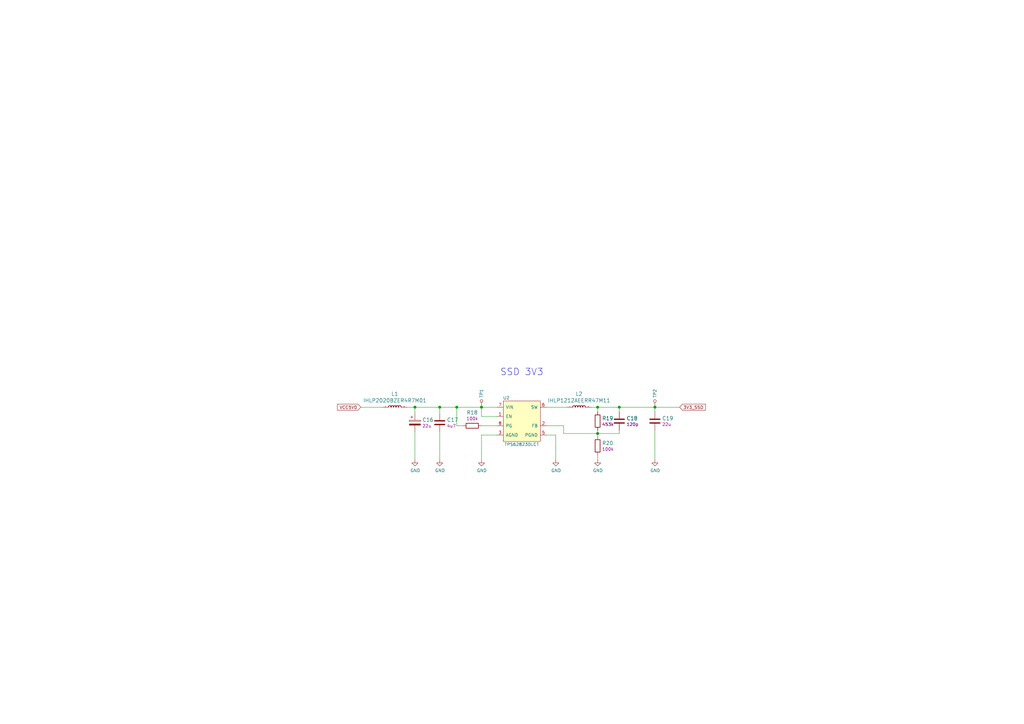
<source format=kicad_sch>
(kicad_sch (version 20210621) (generator eeschema)
  (paper "A3")
  (title_block (title "Scalenode") (rev "1.0.1"))
  (lib_symbols
    (symbol "scalenode:C_120p_0402" (pin_names (offset 0))
      (property "Reference" "C" (at -1.397 3.429 0))
      (property "Val" "120p" (at 0 -2.54 0))
      (symbol "C_120p_0402_1_1"
        (polyline (pts (xy -2.032 -0.762) (xy 2.032 -0.762)) (stroke (width 0.508)))
        (polyline (pts (xy -2.032 0.762) (xy 2.032 0.762)) (stroke (width 0.508)))
        (pin passive line (at 0 3.81 270) (length 2.794) (name "~") (number "1"))
        (pin passive line (at 0 -3.81 90) (length 2.794) (name "~") (number "2"))
      )
    )
    (symbol "scalenode:C_22u_1210" (pin_names (offset 0))
      (property "Reference" "C" (at -1.397 3.429 0))
      (property "Val" "22u" (at 0 -2.54 0))
      (symbol "C_22u_1210_1_1"
        (polyline (pts (xy -2.032 -0.762) (xy 2.032 -0.762)) (stroke (width 0.508)))
        (polyline (pts (xy -2.032 0.762) (xy 2.032 0.762)) (stroke (width 0.508)))
        (pin passive line (at 0 3.81 270) (length 2.794) (name "~") (number "1"))
        (pin passive line (at 0 -3.81 90) (length 2.794) (name "~") (number "2"))
      )
    )
    (symbol "scalenode:C_22u_KEMET_A" (pin_names (offset 0))
      (property "Reference" "C" (at -1.397 3.429 0))
      (property "Val" "22u" (at 0 -2.54 0))
      (symbol "C_22u_KEMET_A_1_1"
        (rectangle (start -2.286 -0.762) (end -2.286 -0.254))
        (rectangle (start -2.286 -0.762) (end 2.286 -0.762))
        (rectangle (start 2.286 -0.254) (end -2.286 -0.254))
        (rectangle (start 2.286 -0.254) (end 2.286 -0.762))
        (rectangle (start 2.286 -1.778) (end -2.286 -2.286) (fill (type outline)))
        (polyline (pts (xy -1.778 1.016) (xy -0.762 1.016)))
        (polyline (pts (xy -1.27 1.524) (xy -1.27 0.508)))
        (pin passive line (at 0 2.54 270) (length 2.794) (name "~") (number "1"))
        (pin passive line (at 0 -5.08 90) (length 2.794) (name "~") (number "2"))
      )
    )
    (symbol "scalenode:C_4u7_0603" (pin_names (offset 0))
      (property "Reference" "C" (at -1.397 3.429 0))
      (property "Val" "4u7" (at 0 -2.54 0))
      (symbol "C_4u7_0603_1_1"
        (polyline (pts (xy -2.032 -0.762) (xy 2.032 -0.762)) (stroke (width 0.508)))
        (polyline (pts (xy -2.032 0.762) (xy 2.032 0.762)) (stroke (width 0.508)))
        (pin passive line (at 0 3.81 270) (length 2.794) (name "~") (number "1"))
        (pin passive line (at 0 -3.81 90) (length 2.794) (name "~") (number "2"))
      )
    )
    (symbol "scalenode:GND" (power) (pin_names (offset 0))
      (property "Value" "GND" (at 0 -3.81 0))
      (symbol "GND_0_1"
        (polyline (pts (xy 0 0) (xy 0 -1.27) (xy 1.27 -1.27) (xy 0 -2.54) (xy -1.27 -1.27) (xy 0 -1.27)))
      )
      (symbol "GND_1_1"
        (pin power_in line (at 0 0 270) (length 0) hide (name "GND") (number "1"))
      )
    )
    (symbol "scalenode:IHLP1212AEERR47M11" (pin_names (offset 1.016))
      (property "Reference" "L" (at -5.08 3.81 0))
      (property "Value" "IHLP1212AEERR47M11" (at -5.08 1.27 0))
      (symbol "IHLP1212AEERR47M11_0_1"
        (pin passive line (at -5.08 0 0) (length 2.54) (name "P") (number "1"))
        (pin passive line (at 5.08 0 180) (length 2.54) (name "P") (number "2"))
      )
      (symbol "IHLP1212AEERR47M11_1_1"
        (arc (start -1.397 0) (end -1.7018 0.5334) (radius (at -2.032 0) (length 0.635) (angles 0 60)) (stroke (width 0.254)))
        (arc (start -1.7018 0.5334) (end -2.3368 0.5334) (radius (at -2.032 0) (length 0.635) (angles 60 120)) (stroke (width 0.254)))
        (arc (start -2.3368 0.5334) (end -2.667 0) (radius (at -2.032 0) (length 0.635) (angles 120 180)) (stroke (width 0.254)))
        (arc (start -0.381 0) (end -0.6858 0.5334) (radius (at -1.016 0) (length 0.635) (angles 0 60)) (stroke (width 0.254)))
        (arc (start -0.6858 0.5334) (end -1.3208 0.5334) (radius (at -1.016 0) (length 0.635) (angles 60 120)) (stroke (width 0.254)))
        (arc (start -1.3208 0.5334) (end -1.651 0) (radius (at -1.016 0) (length 0.635) (angles 120 180)) (stroke (width 0.254)))
        (arc (start 0.3302 0.5334) (end -0.3048 0.5334) (radius (at 0 0) (length 0.635) (angles 57.3 119.5)) (stroke (width 0.254)))
        (arc (start -0.3048 0.5334) (end -0.6096 0) (radius (at 0 0) (length 0.635) (angles 119.5 -178.3)) (stroke (width 0.254)))
        (arc (start 0.6096 -0.0508) (end 0.3302 0.5334) (radius (at 0 0) (length 0.635) (angles -4.9 57.3)) (stroke (width 0.254)))
        (arc (start 1.3208 0.5334) (end 0.6858 0.5334) (radius (at 1.016 0) (length 0.635) (angles 58.9 119.4)) (stroke (width 0.254)))
        (arc (start 0.6858 0.5334) (end 0.381 0) (radius (at 1.016 0) (length 0.635) (angles 119.4 180)) (stroke (width 0.254)))
        (arc (start 1.6256 0) (end 1.3208 0.5334) (radius (at 1.016 0) (length 0.635) (angles -1.6 58.9)) (stroke (width 0.254)))
        (arc (start 2.667 0) (end 2.3368 0.5334) (radius (at 2.032 0) (length 0.635) (angles 0 60)) (stroke (width 0.254)))
        (arc (start 2.3368 0.5334) (end 1.7018 0.5334) (radius (at 2.032 0) (length 0.635) (angles 60 120)) (stroke (width 0.254)))
        (arc (start 1.7018 0.5334) (end 1.397 0) (radius (at 2.032 0) (length 0.635) (angles 120 180)) (stroke (width 0.254)))
      )
    )
    (symbol "scalenode:IHLP2020BZER4R7M01" (pin_names (offset 1.016))
      (property "Reference" "L" (at -5.08 3.81 0))
      (property "Value" "IHLP2020BZER4R7M01" (at -5.08 1.27 0))
      (symbol "IHLP2020BZER4R7M01_0_1"
        (pin passive line (at -5.08 0 0) (length 2.54) (name "P") (number "1"))
        (pin passive line (at 5.08 0 180) (length 2.54) (name "P") (number "2"))
      )
      (symbol "IHLP2020BZER4R7M01_1_1"
        (arc (start -1.397 0) (end -1.7018 0.5334) (radius (at -2.032 0) (length 0.635) (angles 0 60)) (stroke (width 0.254)))
        (arc (start -1.7018 0.5334) (end -2.3368 0.5334) (radius (at -2.032 0) (length 0.635) (angles 60 120)) (stroke (width 0.254)))
        (arc (start -2.3368 0.5334) (end -2.667 0) (radius (at -2.032 0) (length 0.635) (angles 120 180)) (stroke (width 0.254)))
        (arc (start -0.381 0) (end -0.6858 0.5334) (radius (at -1.016 0) (length 0.635) (angles 0 60)) (stroke (width 0.254)))
        (arc (start -0.6858 0.5334) (end -1.3208 0.5334) (radius (at -1.016 0) (length 0.635) (angles 60 120)) (stroke (width 0.254)))
        (arc (start -1.3208 0.5334) (end -1.651 0) (radius (at -1.016 0) (length 0.635) (angles 120 180)) (stroke (width 0.254)))
        (arc (start 0.3302 0.5334) (end -0.3048 0.5334) (radius (at 0 0) (length 0.635) (angles 57.3 119.5)) (stroke (width 0.254)))
        (arc (start -0.3048 0.5334) (end -0.6096 0) (radius (at 0 0) (length 0.635) (angles 119.5 -178.3)) (stroke (width 0.254)))
        (arc (start 0.6096 -0.0508) (end 0.3302 0.5334) (radius (at 0 0) (length 0.635) (angles -4.9 57.3)) (stroke (width 0.254)))
        (arc (start 1.3208 0.5334) (end 0.6858 0.5334) (radius (at 1.016 0) (length 0.635) (angles 58.9 119.4)) (stroke (width 0.254)))
        (arc (start 0.6858 0.5334) (end 0.381 0) (radius (at 1.016 0) (length 0.635) (angles 119.4 180)) (stroke (width 0.254)))
        (arc (start 1.6256 0) (end 1.3208 0.5334) (radius (at 1.016 0) (length 0.635) (angles -1.6 58.9)) (stroke (width 0.254)))
        (arc (start 2.667 0) (end 2.3368 0.5334) (radius (at 2.032 0) (length 0.635) (angles 0 60)) (stroke (width 0.254)))
        (arc (start 2.3368 0.5334) (end 1.7018 0.5334) (radius (at 2.032 0) (length 0.635) (angles 60 120)) (stroke (width 0.254)))
        (arc (start 1.7018 0.5334) (end 1.397 0) (radius (at 2.032 0) (length 0.635) (angles 120 180)) (stroke (width 0.254)))
      )
    )
    (symbol "scalenode:R_100k_0402" (pin_names (offset 0))
      (property "Reference" "R" (at -1.397 3.429 0))
      (property "Val" "100k" (at 0 -2.54 0))
      (symbol "R_100k_0402_1_1"
        (rectangle (start 2.54 -1.016) (end -2.54 1.016) (stroke (width 0.254)))
        (pin passive line (at -3.81 0 0) (length 1.27) (name "~") (number "1"))
        (pin passive line (at 3.81 0 180) (length 1.27) (name "~") (number "2"))
      )
    )
    (symbol "scalenode:R_100k_0603" (pin_names (offset 0))
      (property "Reference" "R" (at -1.397 3.429 0))
      (property "Val" "100k" (at 0 -2.54 0))
      (symbol "R_100k_0603_1_1"
        (rectangle (start 2.54 -1.016) (end -2.54 1.016) (stroke (width 0.254)))
        (pin passive line (at -3.81 0 0) (length 1.27) (name "~") (number "1"))
        (pin passive line (at 3.81 0 180) (length 1.27) (name "~") (number "2"))
      )
    )
    (symbol "scalenode:R_453k_0402" (pin_names (offset 0))
      (property "Reference" "R" (at -1.397 3.429 0))
      (property "Val" "453k" (at 0 -2.54 0))
      (symbol "R_453k_0402_1_1"
        (rectangle (start 2.54 -1.016) (end -2.54 1.016) (stroke (width 0.254)))
        (pin passive line (at -3.81 0 0) (length 1.27) (name "~") (number "1"))
        (pin passive line (at 3.81 0 180) (length 1.27) (name "~") (number "2"))
      )
    )
    (symbol "scalenode:TPS62823DLCT" (pin_names (offset 1.016))
      (property "Reference" "U" (at 0 -2.54 0))
      (property "Value" "TPS62823DLCT" (at 0 -5.08 0))
      (property "MPN" "TPS62823DLCT" (at 0 0 0))
      (property "Manufacturer" "Texas Instruments" (at 0 0 0))
      (symbol "TPS62823DLCT_0_1"
        (rectangle (start -6.35 15.24) (end 8.89 -1.27) (fill (type background)))
      )
      (symbol "TPS62823DLCT_1_1"
        (pin input line (at -8.89 8.89 0) (length 2.54) (name "EN") (number "1"))
        (pin bidirectional line (at 11.43 5.08 180) (length 2.54) (name "FB") (number "2"))
        (pin power_in line (at -8.89 1.27 0) (length 2.54) (name "AGND") (number "3"))
        (pin power_in line (at 11.43 1.27 180) (length 2.54) (name "PGND") (number "5"))
        (pin bidirectional line (at 11.43 12.7 180) (length 2.54) (name "SW") (number "6"))
        (pin power_in line (at -8.89 12.7 0) (length 2.54) (name "VIN") (number "7"))
        (pin output line (at -8.89 5.08 0) (length 2.54) (name "PG") (number "8"))
      )
    )
    (symbol "scalenode:TP_SMD1MM" (pin_numbers hide) (pin_names (offset 0))
      (property "Reference" "TP" (at -2.54 1.27 0))
      (symbol "TP_SMD1MM_0_1"
        (circle (center 0 0) (radius 0.5588))
      )
      (symbol "TP_SMD1MM_1_1"
        (pin passive line (at 0 2.54 270) (length 1.905) (name "~") (number "1"))
      )
    )
  )
  (junction (at 170.18 167.005) (diameter 1.016))
  (junction (at 180.34 167.005) (diameter 1.016))
  (junction (at 187.325 167.005) (diameter 1.016))
  (junction (at 197.485 167.005) (diameter 1.016))
  (junction (at 245.11 167.005) (diameter 1.016))
  (junction (at 245.11 177.8) (diameter 1.016))
  (junction (at 254 167.005) (diameter 1.016))
  (junction (at 268.605 167.005) (diameter 1.016))
  (wire (pts (xy 147.955 167.005) (xy 156.845 167.005)))
  (wire (pts (xy 167.005 167.005) (xy 170.18 167.005)))
  (wire (pts (xy 170.18 167.005) (xy 180.34 167.005)))
  (wire (pts (xy 170.18 169.545) (xy 170.18 167.005)))
  (wire (pts (xy 170.18 177.165) (xy 170.18 188.595)))
  (wire (pts (xy 180.34 167.005) (xy 187.325 167.005)))
  (wire (pts (xy 180.34 169.545) (xy 180.34 167.005)))
  (wire (pts (xy 180.34 188.595) (xy 180.34 177.165)))
  (wire (pts (xy 187.325 167.005) (xy 197.485 167.005)))
  (wire (pts (xy 187.325 174.625) (xy 187.325 167.005)))
  (wire (pts (xy 189.865 174.625) (xy 187.325 174.625)))
  (wire (pts (xy 197.485 167.005) (xy 203.835 167.005)))
  (wire (pts (xy 197.485 170.815) (xy 197.485 167.005)))
  (wire (pts (xy 197.485 174.625) (xy 203.835 174.625)))
  (wire (pts (xy 197.485 178.435) (xy 203.835 178.435)))
  (wire (pts (xy 197.485 188.595) (xy 197.485 178.435)))
  (wire (pts (xy 203.835 170.815) (xy 197.485 170.815)))
  (wire (pts (xy 224.155 174.625) (xy 231.14 174.625)))
  (wire (pts (xy 224.155 178.435) (xy 227.965 178.435)))
  (wire (pts (xy 227.965 178.435) (xy 227.965 188.595)))
  (wire (pts (xy 231.14 177.8) (xy 231.14 174.625)))
  (wire (pts (xy 232.41 167.005) (xy 224.155 167.005)))
  (wire (pts (xy 242.57 167.005) (xy 245.11 167.005)))
  (wire (pts (xy 245.11 167.005) (xy 254 167.005)))
  (wire (pts (xy 245.11 168.91) (xy 245.11 167.005)))
  (wire (pts (xy 245.11 177.8) (xy 231.14 177.8)))
  (wire (pts (xy 245.11 177.8) (xy 245.11 176.53)))
  (wire (pts (xy 245.11 177.8) (xy 254 177.8)))
  (wire (pts (xy 245.11 179.07) (xy 245.11 177.8)))
  (wire (pts (xy 245.11 188.595) (xy 245.11 186.69)))
  (wire (pts (xy 254 167.005) (xy 268.605 167.005)))
  (wire (pts (xy 254 168.91) (xy 254 167.005)))
  (wire (pts (xy 254 177.8) (xy 254 176.53)))
  (wire (pts (xy 268.605 167.005) (xy 268.605 168.91)))
  (wire (pts (xy 268.605 176.53) (xy 268.605 188.595)))
  (wire (pts (xy 278.765 167.005) (xy 268.605 167.005)))
  (text "SSD 3V3" (at 205.105 154.305 0) (effects (font (size 2.7432 2.7432)) (justify left bottom)))
  (global_label "VCC5V0" (shape input) (at 147.955 167.005 180) (property "Intersheet References" "${INTERSHEET_REFS}" (effects hide)))
  (global_label "3V3_SSD" (shape input) (at 278.765 167.005 0) (property "Intersheet References" "${INTERSHEET_REFS}" (effects hide)))
  (symbol (lib_id "scalenode:TP_SMD1MM") (at 197.485 164.465 180) (unit 1)
    (property "Reference" "TP1" (at 197.485 163.195 90) (effects (justify right)))
    (property "Value" "TP_SMD1MM" (effects hide))
    (property "Footprint" "scalenode-footprints:Testpoint_smd_1mm" (effects hide))
  )
  (symbol (lib_id "scalenode:TP_SMD1MM") (at 268.605 164.465 180) (unit 1)
    (property "Reference" "TP2" (at 268.605 163.195 90) (effects (justify right)))
    (property "Value" "TP_SMD1MM" (effects hide))
    (property "Footprint" "scalenode-footprints:Testpoint_smd_1mm" (effects hide))
  )
  (symbol (lib_id "scalenode:GND") (at 170.18 188.595 0) (unit 1)
    (property "Reference" "#PWR015" (effects hide))
    (property "Value" "GND" (at 170.307 192.9892 0))
  )
  (symbol (lib_id "scalenode:GND") (at 180.34 188.595 0) (unit 1)
    (property "Reference" "#PWR016" (effects hide))
    (property "Value" "GND" (at 180.467 192.9892 0))
  )
  (symbol (lib_id "scalenode:GND") (at 197.485 188.595 0) (unit 1)
    (property "Reference" "#PWR017" (effects hide))
    (property "Value" "GND" (at 197.612 192.9892 0))
  )
  (symbol (lib_id "scalenode:GND") (at 227.965 188.595 0) (unit 1)
    (property "Reference" "#PWR018" (effects hide))
    (property "Value" "GND" (at 228.092 192.9892 0))
  )
  (symbol (lib_id "scalenode:GND") (at 245.11 188.595 0) (unit 1)
    (property "Reference" "#PWR019" (effects hide))
    (property "Value" "GND" (at 245.237 192.9892 0))
  )
  (symbol (lib_id "scalenode:GND") (at 268.605 188.595 0) (unit 1)
    (property "Reference" "#PWR020" (effects hide))
    (property "Value" "GND" (at 268.732 192.9892 0))
  )
  (symbol (lib_id "scalenode:IHLP2020BZER4R7M01") (at 161.925 167.005 0) (unit 1)
    (property "Reference" "L1" (at 161.925 161.5694 0) (effects (font (size 1.524 1.524))))
    (property "Value" "IHLP2020BZER4R7M01" (at 161.925 164.2618 0) (effects (font (size 1.524 1.524))))
    (property "Footprint" "scalenode-footprints:IHLP2020BZER4R7M01" (effects hide))
    (property "Manufacturer" "Vishay" (effects hide))
    (property "MPN" "IHLP1212AEERR47M11" (effects hide))
  )
  (symbol (lib_id "scalenode:IHLP1212AEERR47M11") (at 237.49 167.005 0) (unit 1)
    (property "Reference" "L2" (at 237.49 161.5694 0) (effects (font (size 1.524 1.524))))
    (property "Value" "IHLP1212AEERR47M11" (at 237.49 164.2618 0) (effects (font (size 1.524 1.524))))
    (property "Footprint" "scalenode-footprints:IHLP-1212AE" (effects hide))
    (property "Manufacturer" "Vishay" (effects hide))
    (property "MPN" "IHLP1212AEERR47M11" (effects hide))
  )
  (symbol (lib_id "scalenode:R_100k_0603") (at 193.675 174.625 0) (mirror x) (unit 1)
    (property "Reference" "R18" (at 193.675 169.2148 0) (effects (font (size 1.524 1.524))))
    (property "Value" "R_100k_0603" (effects hide))
    (property "Footprint" "scalenode-footprints:0603-res" (effects hide))
    (property "Manufacturer" "BOURNS" (effects hide))
    (property "MPN" "CR0603-FX-1003HLF" (effects hide))
    (property "Val" "100k" (at 193.675 171.704 0))
  )
  (symbol (lib_id "scalenode:R_453k_0402") (at 245.11 172.72 270) (unit 1)
    (property "Reference" "R19" (at 246.888 171.577 90) (effects (font (size 1.524 1.524)) (justify left)))
    (property "Value" "R_453k_0402" (effects hide))
    (property "Footprint" "scalenode-footprints:0402-res" (effects hide))
    (property "Manufacturer" "VISHAY" (effects hide))
    (property "MPN" "CRCW0402453KFKED" (effects hide))
    (property "Val" "453k" (at 246.888 174.0662 90) (effects (justify left)))
  )
  (symbol (lib_id "scalenode:R_100k_0402") (at 245.11 182.88 270) (unit 1)
    (property "Reference" "R20" (at 246.888 181.737 90) (effects (font (size 1.524 1.524)) (justify left)))
    (property "Value" "R_100k_0402" (effects hide))
    (property "Footprint" "scalenode-footprints:0402-res" (effects hide))
    (property "Manufacturer" "VISHAY" (effects hide))
    (property "MPN" "CRCW0402100KFKEDHP" (effects hide))
    (property "Val" "100k" (at 246.888 184.2262 90) (effects (justify left)))
  )
  (symbol (lib_id "scalenode:C_22u_KEMET_A") (at 170.18 172.085 0) (unit 1)
    (property "Reference" "C16" (at 173.1772 172.212 0) (effects (font (size 1.524 1.524)) (justify left)))
    (property "Value" "C_22u_KEMET_A" (effects hide))
    (property "Footprint" "scalenode-footprints:KEMET_A" (effects hide))
    (property "Manufacturer" "KEMET" (effects hide))
    (property "MPN" "T491A226K006AT" (effects hide))
    (property "Val" "22u" (at 173.1772 174.7012 0) (effects (justify left)))
  )
  (symbol (lib_id "scalenode:C_4u7_0603") (at 180.34 173.355 0) (unit 1)
    (property "Reference" "C17" (at 183.261 172.212 0) (effects (font (size 1.524 1.524)) (justify left)))
    (property "Value" "C_4u7_0603" (effects hide))
    (property "Footprint" "scalenode-footprints:0603-cap" (effects hide))
    (property "Manufacturer" "TDK" (effects hide))
    (property "MPN" "C1608X5R1V475M080AC" (effects hide))
    (property "Val" "4u7" (at 183.261 174.7012 0) (effects (justify left)))
  )
  (symbol (lib_id "scalenode:C_120p_0402") (at 254 172.72 0) (unit 1)
    (property "Reference" "C18" (at 256.921 171.577 0) (effects (font (size 1.524 1.524)) (justify left)))
    (property "Value" "C_120p_0402" (effects hide))
    (property "Footprint" "scalenode-footprints:0402-res" (effects hide))
    (property "Manufacturer" "KEMET" (effects hide))
    (property "MPN" "C0402C121J5GACTU" (effects hide))
    (property "Val" "120p" (at 256.921 174.0662 0) (effects (justify left)))
  )
  (symbol (lib_id "scalenode:C_22u_1210") (at 268.605 172.72 0) (unit 1)
    (property "Reference" "C19" (at 271.526 171.577 0) (effects (font (size 1.524 1.524)) (justify left)))
    (property "Value" "C_22u_1210" (effects hide))
    (property "Footprint" "scalenode-footprints:1210-cap" (effects hide))
    (property "Manufacturer" "AVX" (effects hide))
    (property "MPN" "1210YD226MAT2A" (effects hide))
    (property "Val" "22u" (at 271.526 174.0662 0) (effects (justify left)))
  )
  (symbol (lib_id "scalenode:TPS62823DLCT") (at 212.725 179.705 0) (unit 1)
    (property "Reference" "U2" (at 207.645 163.195 0))
    (property "Value" "TPS62823DLCT" (at 213.995 182.245 0))
    (property "Footprint" "scalenode-footprints:QFN-8_2x1mm" (effects hide))
    (property "MPN" "TPS62823DLCT" (effects hide))
    (property "Manufacturer" "Texas Instruments" (effects hide))
  )
)
</source>
